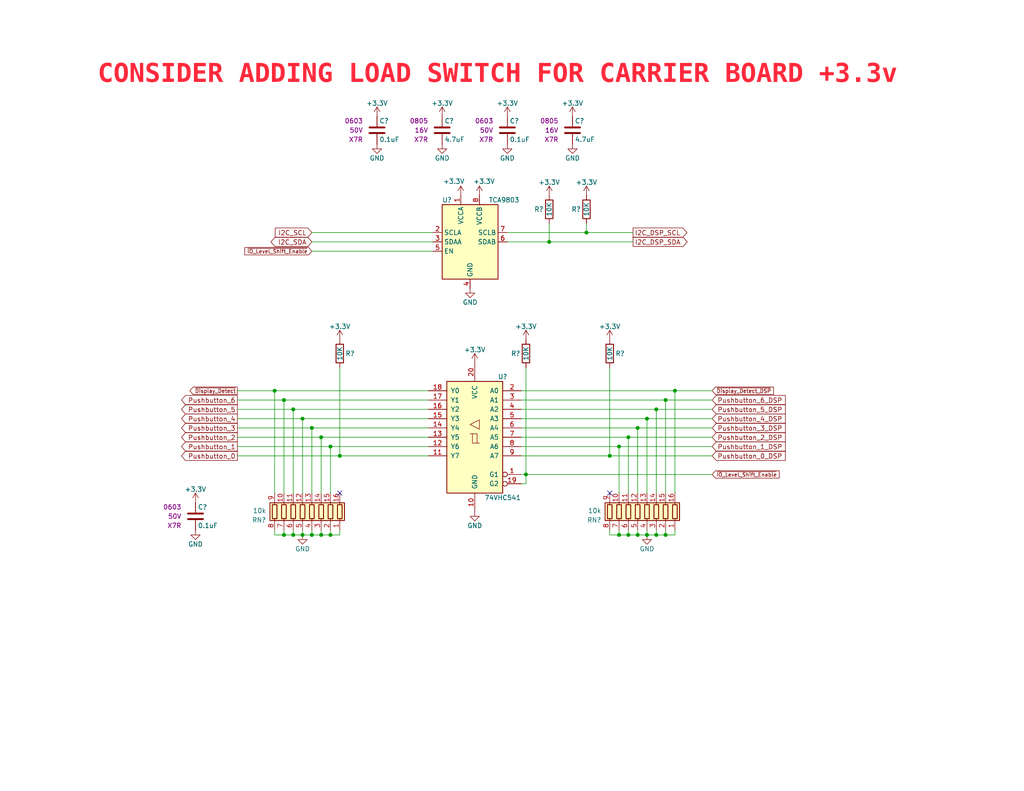
<source format=kicad_sch>
(kicad_sch (version 20230121) (generator eeschema)
  (paper "A")
  (title_block (date "2023-05-12") (rev "PRELIM") (company "Drew Maatman"))
  (lib_symbols
    (symbol "Custom_Library:74VHC541" (pin_names (offset 1.016))
      (property "Reference" "U" (at -7.62 16.51 0))
      (property "Value" "Custom_Library_74VHC541" (at -7.62 -16.51 0))
      (symbol "74VHC541_1_0"
        (polyline (pts (xy -0.635 -1.6002) (xy -0.635 0.9398) (xy 0.635 0.9398)))
        (polyline (pts (xy -1.27 -1.6002) (xy 0.635 -1.6002) (xy 0.635 0.9398) (xy 1.27 0.9398)))
        (polyline (pts (xy 1.27 3.4798) (xy -1.27 4.7498) (xy -1.27 2.2098) (xy 1.27 3.4798)) (stroke (width 0.1524)))
        (pin input inverted (at -12.7 -10.16 0) (length 5.08) (name "G1") (number "1"))
        (pin power_in line (at 0 -20.32 90) (length 5.08) (name "GND") (number "10"))
        (pin tri_state line (at 12.7 -5.08 180) (length 5.08) (name "Y7") (number "11"))
        (pin tri_state line (at 12.7 -2.54 180) (length 5.08) (name "Y6") (number "12"))
        (pin tri_state line (at 12.7 0 180) (length 5.08) (name "Y5") (number "13"))
        (pin tri_state line (at 12.7 2.54 180) (length 5.08) (name "Y4") (number "14"))
        (pin tri_state line (at 12.7 5.08 180) (length 5.08) (name "Y3") (number "15"))
        (pin tri_state line (at 12.7 7.62 180) (length 5.08) (name "Y2") (number "16"))
        (pin tri_state line (at 12.7 10.16 180) (length 5.08) (name "Y1") (number "17"))
        (pin tri_state line (at 12.7 12.7 180) (length 5.08) (name "Y0") (number "18"))
        (pin input inverted (at -12.7 -12.7 0) (length 5.08) (name "G2") (number "19"))
        (pin input line (at -12.7 12.7 0) (length 5.08) (name "A0") (number "2"))
        (pin power_in line (at 0 20.32 270) (length 5.08) (name "VCC") (number "20"))
        (pin input line (at -12.7 10.16 0) (length 5.08) (name "A1") (number "3"))
        (pin input line (at -12.7 7.62 0) (length 5.08) (name "A2") (number "4"))
        (pin input line (at -12.7 5.08 0) (length 5.08) (name "A3") (number "5"))
        (pin input line (at -12.7 2.54 0) (length 5.08) (name "A4") (number "6"))
        (pin input line (at -12.7 0 0) (length 5.08) (name "A5") (number "7"))
        (pin input line (at -12.7 -2.54 0) (length 5.08) (name "A6") (number "8"))
        (pin input line (at -12.7 -5.08 0) (length 5.08) (name "A7") (number "9"))
      )
      (symbol "74VHC541_1_1"
        (rectangle (start -7.62 15.24) (end 7.62 -15.24) (stroke (width 0.254)) (fill (type background)))
        (pin power_in line (at 0 -20.32 90) (length 0) hide (name "GND") (number "21"))
      )
    )
    (symbol "Custom_Library:C_Custom" (pin_numbers hide) (pin_names (offset 0.254))
      (property "Reference" "C" (at 0.635 2.54 0))
      (property "Value" "Custom_Library_C_Custom" (at 0.635 -2.54 0))
      (property "display_footprint" "Foot" (at -3.81 2.54 0))
      (property "Voltage" "V" (at -3.81 0 0))
      (property "Dielectric" "Er" (at -3.81 -2.54 0))
      (symbol "C_Custom_0_1"
        (polyline (pts (xy -2.032 -0.762) (xy 2.032 -0.762)) (stroke (width 0.508)))
        (polyline (pts (xy -2.032 0.762) (xy 2.032 0.762)) (stroke (width 0.508)))
      )
      (symbol "C_Custom_1_1"
        (pin passive line (at 0 3.81 270) (length 2.794) (name "~") (number "1"))
        (pin passive line (at 0 -3.81 90) (length 2.794) (name "~") (number "2"))
      )
    )
    (symbol "Custom_Library:R_Custom" (pin_numbers hide) (pin_names (offset 1.016) hide)
      (property "Reference" "R" (at -2.54 0 90))
      (property "Value" "Custom_Library_R_Custom" (at 0 0 90))
      (property "display_footprint" "Foot" (at 2.54 0 90))
      (property "Tolerance" "Tol" (at 5.08 0 90))
      (property "Wattage" "W" (at 7.62 0 90))
      (symbol "R_Custom_0_1"
        (rectangle (start 1.016 2.54) (end -1.016 -2.54) (stroke (width 0.254)))
      )
      (symbol "R_Custom_1_1"
        (pin passive line (at 0 3.81 270) (length 1.27) (name "1") (number "1"))
        (pin passive line (at 0 -3.81 90) (length 1.27) (name "2") (number "2"))
      )
    )
    (symbol "Device:R_Pack08" (pin_names (offset 0) hide)
      (property "Reference" "RN" (at -12.7 0 90))
      (property "Value" "R_Pack08" (at 10.16 0 90))
      (symbol "R_Pack08_0_1"
        (rectangle (start -11.43 -2.413) (end 8.89 2.413) (stroke (width 0.254)) (fill (type background)))
        (rectangle (start -10.795 1.905) (end -9.525 -1.905) (stroke (width 0.254)))
        (rectangle (start -8.255 1.905) (end -6.985 -1.905) (stroke (width 0.254)))
        (rectangle (start -5.715 1.905) (end -4.445 -1.905) (stroke (width 0.254)))
        (rectangle (start -3.175 1.905) (end -1.905 -1.905) (stroke (width 0.254)))
        (rectangle (start -0.635 1.905) (end 0.635 -1.905) (stroke (width 0.254)))
        (polyline (pts (xy -10.16 -2.54) (xy -10.16 -1.905)))
        (polyline (pts (xy -10.16 1.905) (xy -10.16 2.54)))
        (polyline (pts (xy -7.62 -2.54) (xy -7.62 -1.905)))
        (polyline (pts (xy -7.62 1.905) (xy -7.62 2.54)))
        (polyline (pts (xy -5.08 -2.54) (xy -5.08 -1.905)))
        (polyline (pts (xy -5.08 1.905) (xy -5.08 2.54)))
        (polyline (pts (xy -2.54 -2.54) (xy -2.54 -1.905)))
        (polyline (pts (xy -2.54 1.905) (xy -2.54 2.54)))
        (polyline (pts (xy 0 -2.54) (xy 0 -1.905)))
        (polyline (pts (xy 0 1.905) (xy 0 2.54)))
        (polyline (pts (xy 2.54 -2.54) (xy 2.54 -1.905)))
        (polyline (pts (xy 2.54 1.905) (xy 2.54 2.54)))
        (polyline (pts (xy 5.08 -2.54) (xy 5.08 -1.905)))
        (polyline (pts (xy 5.08 1.905) (xy 5.08 2.54)))
        (polyline (pts (xy 7.62 -2.54) (xy 7.62 -1.905)))
        (polyline (pts (xy 7.62 1.905) (xy 7.62 2.54)))
        (rectangle (start 1.905 1.905) (end 3.175 -1.905) (stroke (width 0.254)))
        (rectangle (start 4.445 1.905) (end 5.715 -1.905) (stroke (width 0.254)))
        (rectangle (start 6.985 1.905) (end 8.255 -1.905) (stroke (width 0.254)))
      )
      (symbol "R_Pack08_1_1"
        (pin passive line (at -10.16 -5.08 90) (length 2.54) (name "R1.1") (number "1"))
        (pin passive line (at 5.08 5.08 270) (length 2.54) (name "R7.2") (number "10"))
        (pin passive line (at 2.54 5.08 270) (length 2.54) (name "R6.2") (number "11"))
        (pin passive line (at 0 5.08 270) (length 2.54) (name "R5.2") (number "12"))
        (pin passive line (at -2.54 5.08 270) (length 2.54) (name "R4.2") (number "13"))
        (pin passive line (at -5.08 5.08 270) (length 2.54) (name "R3.2") (number "14"))
        (pin passive line (at -7.62 5.08 270) (length 2.54) (name "R2.2") (number "15"))
        (pin passive line (at -10.16 5.08 270) (length 2.54) (name "R1.2") (number "16"))
        (pin passive line (at -7.62 -5.08 90) (length 2.54) (name "R2.1") (number "2"))
        (pin passive line (at -5.08 -5.08 90) (length 2.54) (name "R3.1") (number "3"))
        (pin passive line (at -2.54 -5.08 90) (length 2.54) (name "R4.1") (number "4"))
        (pin passive line (at 0 -5.08 90) (length 2.54) (name "R5.1") (number "5"))
        (pin passive line (at 2.54 -5.08 90) (length 2.54) (name "R6.1") (number "6"))
        (pin passive line (at 5.08 -5.08 90) (length 2.54) (name "R7.1") (number "7"))
        (pin passive line (at 7.62 -5.08 90) (length 2.54) (name "R8.1") (number "8"))
        (pin passive line (at 7.62 5.08 270) (length 2.54) (name "R8.2") (number "9"))
      )
    )
    (symbol "Interface:TCA9803"
      (property "Reference" "U" (at -7.62 11.43 0))
      (property "Value" "TCA9803" (at 5.08 11.43 0))
      (symbol "TCA9803_0_1"
        (rectangle (start -7.62 10.16) (end 7.62 -10.16) (stroke (width 0.254)) (fill (type background)))
      )
      (symbol "TCA9803_1_1"
        (pin power_in line (at -2.54 12.7 270) (length 2.54) (name "VCCA") (number "1"))
        (pin bidirectional line (at -10.16 2.54 0) (length 2.54) (name "SCLA") (number "2"))
        (pin bidirectional line (at -10.16 0 0) (length 2.54) (name "SDAA") (number "3"))
        (pin power_in line (at 0 -12.7 90) (length 2.54) (name "GND") (number "4"))
        (pin input line (at -10.16 -2.54 0) (length 2.54) (name "EN") (number "5"))
        (pin bidirectional line (at 10.16 0 180) (length 2.54) (name "SDAB") (number "6"))
        (pin bidirectional line (at 10.16 2.54 180) (length 2.54) (name "SCLB") (number "7"))
        (pin power_in line (at 2.54 12.7 270) (length 2.54) (name "VCCB") (number "8"))
      )
    )
    (symbol "power:+3.3V" (power) (pin_names (offset 0))
      (property "Value" "+3.3V" (at 0 3.556 0))
      (symbol "+3.3V_0_1"
        (polyline (pts (xy -0.762 1.27) (xy 0 2.54)))
        (polyline (pts (xy 0 0) (xy 0 2.54)))
        (polyline (pts (xy 0 2.54) (xy 0.762 1.27)))
      )
      (symbol "+3.3V_1_1"
        (pin power_in line (at 0 0 90) (length 0) hide (name "+3.3V") (number "1"))
      )
    )
    (symbol "power:GND" (power) (pin_names (offset 0))
      (property "Value" "GND" (at 0 -3.81 0))
      (symbol "GND_0_1"
        (polyline (pts (xy 0 0) (xy 0 -1.27) (xy 1.27 -1.27) (xy 0 -2.54) (xy -1.27 -1.27) (xy 0 -1.27)))
      )
      (symbol "GND_1_1"
        (pin power_in line (at 0 0 270) (length 0) hide (name "GND") (number "1"))
      )
    )
  )
  (junction (at 90.17 121.92))
  (junction (at 171.45 119.38))
  (junction (at 179.07 146.05))
  (junction (at 80.01 146.05))
  (junction (at 171.45 146.05))
  (junction (at 168.91 121.92))
  (junction (at 184.15 106.68))
  (junction (at 87.63 119.38))
  (junction (at 80.01 111.76))
  (junction (at 181.61 109.22))
  (junction (at 160.02 63.5))
  (junction (at 92.71 124.46))
  (junction (at 181.61 146.05))
  (junction (at 82.55 146.05))
  (junction (at 77.47 109.22))
  (junction (at 173.99 146.05))
  (junction (at 166.37 124.46))
  (junction (at 85.09 116.84))
  (junction (at 179.07 111.76))
  (junction (at 85.09 146.05))
  (junction (at 149.86 66.04))
  (junction (at 173.99 116.84))
  (junction (at 74.93 106.68))
  (junction (at 77.47 146.05))
  (junction (at 90.17 146.05))
  (junction (at 87.63 146.05))
  (junction (at 143.51 129.54))
  (junction (at 176.53 146.05))
  (junction (at 176.53 114.3))
  (junction (at 168.91 146.05))
  (junction (at 82.55 114.3))
  (no_connect (at 92.71 134.62))
  (no_connect (at 166.37 134.62))
  (wire (pts (xy 116.84 119.38) (xy 87.63 119.38)))
  (wire (pts (xy 142.24 111.76) (xy 179.07 111.76)))
  (wire (pts (xy 92.71 124.46) (xy 64.77 124.46)))
  (wire (pts (xy 74.93 134.62) (xy 74.93 106.68)))
  (wire (pts (xy 173.99 144.78) (xy 173.99 146.05)))
  (wire (pts (xy 116.84 109.22) (xy 77.47 109.22)))
  (wire (pts (xy 143.51 129.54) (xy 194.31 129.54)))
  (wire (pts (xy 77.47 144.78) (xy 77.47 146.05)))
  (wire (pts (xy 184.15 146.05) (xy 184.15 144.78)))
  (wire (pts (xy 142.24 124.46) (xy 166.37 124.46)))
  (wire (pts (xy 64.77 116.84) (xy 85.09 116.84)))
  (wire (pts (xy 85.09 68.58) (xy 118.11 68.58)))
  (wire (pts (xy 64.77 111.76) (xy 80.01 111.76)))
  (wire (pts (xy 168.91 146.05) (xy 171.45 146.05)))
  (wire (pts (xy 181.61 146.05) (xy 184.15 146.05)))
  (wire (pts (xy 179.07 134.62) (xy 179.07 111.76)))
  (wire (pts (xy 194.31 111.76) (xy 179.07 111.76)))
  (wire (pts (xy 64.77 119.38) (xy 87.63 119.38)))
  (wire (pts (xy 116.84 114.3) (xy 82.55 114.3)))
  (wire (pts (xy 80.01 134.62) (xy 80.01 111.76)))
  (wire (pts (xy 80.01 146.05) (xy 77.47 146.05)))
  (wire (pts (xy 142.24 114.3) (xy 176.53 114.3)))
  (wire (pts (xy 176.53 134.62) (xy 176.53 114.3)))
  (wire (pts (xy 82.55 144.78) (xy 82.55 146.05)))
  (wire (pts (xy 171.45 134.62) (xy 171.45 119.38)))
  (wire (pts (xy 85.09 134.62) (xy 85.09 116.84)))
  (wire (pts (xy 181.61 134.62) (xy 181.61 109.22)))
  (wire (pts (xy 77.47 134.62) (xy 77.47 109.22)))
  (wire (pts (xy 173.99 134.62) (xy 173.99 116.84)))
  (wire (pts (xy 92.71 146.05) (xy 92.71 144.78)))
  (wire (pts (xy 85.09 144.78) (xy 85.09 146.05)))
  (wire (pts (xy 138.43 66.04) (xy 149.86 66.04)))
  (wire (pts (xy 166.37 100.33) (xy 166.37 124.46)))
  (wire (pts (xy 142.24 132.08) (xy 143.51 132.08)))
  (wire (pts (xy 116.84 106.68) (xy 74.93 106.68)))
  (wire (pts (xy 168.91 146.05) (xy 166.37 146.05)))
  (wire (pts (xy 116.84 111.76) (xy 80.01 111.76)))
  (wire (pts (xy 80.01 144.78) (xy 80.01 146.05)))
  (wire (pts (xy 116.84 116.84) (xy 85.09 116.84)))
  (wire (pts (xy 90.17 144.78) (xy 90.17 146.05)))
  (wire (pts (xy 138.43 63.5) (xy 160.02 63.5)))
  (wire (pts (xy 142.24 106.68) (xy 184.15 106.68)))
  (wire (pts (xy 143.51 132.08) (xy 143.51 129.54)))
  (wire (pts (xy 149.86 60.96) (xy 149.86 66.04)))
  (wire (pts (xy 179.07 144.78) (xy 179.07 146.05)))
  (wire (pts (xy 87.63 134.62) (xy 87.63 119.38)))
  (wire (pts (xy 82.55 146.05) (xy 85.09 146.05)))
  (wire (pts (xy 64.77 106.68) (xy 74.93 106.68)))
  (wire (pts (xy 90.17 134.62) (xy 90.17 121.92)))
  (wire (pts (xy 92.71 124.46) (xy 92.71 100.33)))
  (wire (pts (xy 176.53 144.78) (xy 176.53 146.05)))
  (wire (pts (xy 176.53 146.05) (xy 173.99 146.05)))
  (wire (pts (xy 90.17 121.92) (xy 64.77 121.92)))
  (wire (pts (xy 90.17 146.05) (xy 87.63 146.05)))
  (wire (pts (xy 168.91 134.62) (xy 168.91 121.92)))
  (wire (pts (xy 160.02 63.5) (xy 172.72 63.5)))
  (wire (pts (xy 194.31 114.3) (xy 176.53 114.3)))
  (wire (pts (xy 181.61 144.78) (xy 181.61 146.05)))
  (wire (pts (xy 179.07 146.05) (xy 181.61 146.05)))
  (wire (pts (xy 142.24 116.84) (xy 173.99 116.84)))
  (wire (pts (xy 168.91 144.78) (xy 168.91 146.05)))
  (wire (pts (xy 85.09 66.04) (xy 118.11 66.04)))
  (wire (pts (xy 184.15 134.62) (xy 184.15 106.68)))
  (wire (pts (xy 168.91 121.92) (xy 194.31 121.92)))
  (wire (pts (xy 149.86 66.04) (xy 172.72 66.04)))
  (wire (pts (xy 171.45 144.78) (xy 171.45 146.05)))
  (wire (pts (xy 116.84 124.46) (xy 92.71 124.46)))
  (wire (pts (xy 166.37 146.05) (xy 166.37 144.78)))
  (wire (pts (xy 85.09 63.5) (xy 118.11 63.5)))
  (wire (pts (xy 142.24 129.54) (xy 143.51 129.54)))
  (wire (pts (xy 166.37 124.46) (xy 194.31 124.46)))
  (wire (pts (xy 142.24 109.22) (xy 181.61 109.22)))
  (wire (pts (xy 143.51 129.54) (xy 143.51 100.33)))
  (wire (pts (xy 194.31 109.22) (xy 181.61 109.22)))
  (wire (pts (xy 77.47 146.05) (xy 74.93 146.05)))
  (wire (pts (xy 194.31 106.68) (xy 184.15 106.68)))
  (wire (pts (xy 87.63 144.78) (xy 87.63 146.05)))
  (wire (pts (xy 64.77 109.22) (xy 77.47 109.22)))
  (wire (pts (xy 82.55 146.05) (xy 80.01 146.05)))
  (wire (pts (xy 176.53 146.05) (xy 179.07 146.05)))
  (wire (pts (xy 116.84 121.92) (xy 90.17 121.92)))
  (wire (pts (xy 74.93 146.05) (xy 74.93 144.78)))
  (wire (pts (xy 194.31 119.38) (xy 171.45 119.38)))
  (wire (pts (xy 90.17 146.05) (xy 92.71 146.05)))
  (wire (pts (xy 194.31 116.84) (xy 173.99 116.84)))
  (wire (pts (xy 160.02 60.96) (xy 160.02 63.5)))
  (wire (pts (xy 64.77 114.3) (xy 82.55 114.3)))
  (wire (pts (xy 82.55 134.62) (xy 82.55 114.3)))
  (wire (pts (xy 142.24 119.38) (xy 171.45 119.38)))
  (wire (pts (xy 142.24 121.92) (xy 168.91 121.92)))
  (wire (pts (xy 87.63 146.05) (xy 85.09 146.05)))
  (wire (pts (xy 171.45 146.05) (xy 173.99 146.05)))
  (text "CONSIDER ADDING LOAD SWITCH FOR CARRIER BOARD +3.3v" (at 26.67 24.765 0) (effects (font (size 5.08 5.08) (thickness 0.254) bold) (justify left bottom)))
  (global_label "Pushbutton_2" (shape output) (at 64.77 119.38 180) (property "Intersheetrefs" "${INTERSHEET_REFS}" (effects hide)))
  (global_label "Pushbutton_5" (shape output) (at 64.77 111.76 180) (property "Intersheetrefs" "${INTERSHEET_REFS}" (effects hide)))
  (global_label "~{Display_Detect_DSP}" (shape input) (at 194.31 106.68 0) (effects (font (size 1.016 1.016))) (property "Intersheetrefs" "${INTERSHEET_REFS}" (effects hide)))
  (global_label "Pushbutton_6_DSP" (shape input) (at 194.31 109.22 0) (property "Intersheetrefs" "${INTERSHEET_REFS}" (effects hide)))
  (global_label "~{IO_Level_Shift_Enable}" (shape input) (at 85.09 68.58 180) (effects (font (size 1.016 1.016))) (property "Intersheetrefs" "${INTERSHEET_REFS}" (effects hide)))
  (global_label "~{IO_Level_Shift_Enable}" (shape input) (at 194.31 129.54 0) (effects (font (size 1.016 1.016))) (property "Intersheetrefs" "${INTERSHEET_REFS}" (effects hide)))
  (global_label "I2C_SDA" (shape bidirectional) (at 85.09 66.04 180) (property "Intersheetrefs" "${INTERSHEET_REFS}" (effects hide)))
  (global_label "Pushbutton_6" (shape output) (at 64.77 109.22 180) (property "Intersheetrefs" "${INTERSHEET_REFS}" (effects hide)))
  (global_label "Pushbutton_2_DSP" (shape input) (at 194.31 119.38 0) (property "Intersheetrefs" "${INTERSHEET_REFS}" (effects hide)))
  (global_label "~{Display_Detect}" (shape output) (at 64.77 106.68 180) (effects (font (size 1.016 1.016))) (property "Intersheetrefs" "${INTERSHEET_REFS}" (effects hide)))
  (global_label "I2C_DSP_SDA" (shape output) (at 172.72 66.04 0) (property "Intersheetrefs" "${INTERSHEET_REFS}" (effects hide)))
  (global_label "Pushbutton_4" (shape output) (at 64.77 114.3 180) (property "Intersheetrefs" "${INTERSHEET_REFS}" (effects hide)))
  (global_label "Pushbutton_0" (shape output) (at 64.77 124.46 180) (property "Intersheetrefs" "${INTERSHEET_REFS}" (effects hide)))
  (global_label "Pushbutton_1" (shape output) (at 64.77 121.92 180) (property "Intersheetrefs" "${INTERSHEET_REFS}" (effects hide)))
  (global_label "Pushbutton_3_DSP" (shape input) (at 194.31 116.84 0) (property "Intersheetrefs" "${INTERSHEET_REFS}" (effects hide)))
  (global_label "I2C_SCL" (shape input) (at 85.09 63.5 180) (property "Intersheetrefs" "${INTERSHEET_REFS}" (effects hide)))
  (global_label "Pushbutton_5_DSP" (shape input) (at 194.31 111.76 0) (property "Intersheetrefs" "${INTERSHEET_REFS}" (effects hide)))
  (global_label "I2C_DSP_SCL" (shape output) (at 172.72 63.5 0) (property "Intersheetrefs" "${INTERSHEET_REFS}" (effects hide)))
  (global_label "Pushbutton_4_DSP" (shape input) (at 194.31 114.3 0) (property "Intersheetrefs" "${INTERSHEET_REFS}" (effects hide)))
  (global_label "Pushbutton_1_DSP" (shape input) (at 194.31 121.92 0) (property "Intersheetrefs" "${INTERSHEET_REFS}" (effects hide)))
  (global_label "Pushbutton_0_DSP" (shape input) (at 194.31 124.46 0) (property "Intersheetrefs" "${INTERSHEET_REFS}" (effects hide)))
  (global_label "Pushbutton_3" (shape output) (at 64.77 116.84 180) (property "Intersheetrefs" "${INTERSHEET_REFS}" (effects hide)))
  (symbol (lib_id "power:+3.3V") (at 143.51 92.71 0) (mirror y) (unit 1)
    (property "Reference" "#PWR?" (effects hide))
    (property "Value" "+3.3V" (at 143.51 89.154 0))
    (instances (project "VFD_Clock" (path "" (reference "#PWR?") (unit 1)) (path "" (reference "#PWR?") (unit 1)) (path "" (reference "#PWR?") (unit 1)) (path "" (reference "#PWR?") (unit 1)) (path "" (reference "#PWR?") (unit 1))) (project "Nixie_Clock_Core" (path "" (reference "#PWR01821") (unit 1))))
  )
  (symbol (lib_id "power:GND") (at 138.43 39.37 0) (unit 1)
    (property "Reference" "#PWR?" (effects hide))
    (property "Value" "GND" (at 138.43 43.18 0))
    (instances (project "VFD_Clock" (path "" (reference "#PWR?") (unit 1)) (path "" (reference "#PWR?") (unit 1))) (project "Nixie_Clock_Core" (path "" (reference "#PWR01820") (unit 1))))
  )
  (symbol (lib_id "power:+3.3V") (at 166.37 92.71 0) (mirror y) (unit 1)
    (property "Reference" "#PWR?" (effects hide))
    (property "Value" "+3.3V" (at 166.37 89.154 0))
    (instances (project "VFD_Clock" (path "" (reference "#PWR?") (unit 1)) (path "" (reference "#PWR?") (unit 1)) (path "" (reference "#PWR?") (unit 1)) (path "" (reference "#PWR?") (unit 1)) (path "" (reference "#PWR?") (unit 1))) (project "Nixie_Clock_Core" (path "" (reference "#PWR01807") (unit 1))))
  )
  (symbol (lib_id "Custom_Library:C_Custom") (at 156.21 35.56 0) (unit 1)
    (property "Reference" "C?" (at 156.845 33.02 0) (effects (justify left)))
    (property "Value" "4.7uF" (at 156.845 38.1 0) (effects (justify left)))
    (property "Footprint" "Capacitors_SMD:C_0805" (effects hide))
    (property "display_footprint" "0805" (at 152.4 33.02 0) (effects (justify right)))
    (property "Voltage" "16V" (at 152.4 35.56 0) (effects (justify right)))
    (property "Dielectric" "X7R" (at 152.4 38.1 0) (effects (justify right)))
    (property "Digi-Key PN" "1276-2970-1-ND" (effects hide))
    (instances (project "VFD_Clock" (path "" (reference "C?") (unit 1)) (path "" (reference "C?") (unit 1)) (path "" (reference "C?") (unit 1))) (project "Nixie_Clock_Core" (path "" (reference "C1805") (unit 1))))
  )
  (symbol (lib_id "power:+3.3V") (at 125.73 53.34 0) (mirror y) (unit 1)
    (property "Reference" "#PWR?" (effects hide))
    (property "Value" "+3.3V" (at 123.825 49.53 0))
    (instances (project "VFD_Clock" (path "" (reference "#PWR?") (unit 1)) (path "" (reference "#PWR?") (unit 1))) (project "Nixie_Clock_Core" (path "" (reference "#PWR01816") (unit 1))))
  )
  (symbol (lib_id "power:GND") (at 156.21 39.37 0) (unit 1)
    (property "Reference" "#PWR?" (effects hide))
    (property "Value" "GND" (at 156.21 43.18 0))
    (instances (project "VFD_Clock" (path "" (reference "#PWR?") (unit 1)) (path "" (reference "#PWR?") (unit 1))) (project "Nixie_Clock_Core" (path "" (reference "#PWR01822") (unit 1))))
  )
  (symbol (lib_id "Custom_Library:74VHC541") (at 129.54 119.38 0) (mirror y) (unit 1)
    (property "Reference" "U?" (at 137.16 102.87 0))
    (property "Value" "74VHC541" (at 137.16 135.89 0))
    (property "Footprint" "Package_DFN_QFN:WQFN-20-1EP_2.5x4.5mm_P0.5mm_EP1x2.9mm" (effects hide))
    (property "Datasheet" "https://assets.nexperia.com/documents/data-sheet/74VHC_VHCT541.pdf" (effects hide))
    (property "Digi-Key PN" "1727-7068-1-ND" (effects hide))
    (instances (project "VFD_Clock" (path "" (reference "U?") (unit 1)) (path "" (reference "U?") (unit 1))) (project "Nixie_Clock_Core" (path "" (reference "U1802") (unit 1))))
  )
  (symbol (lib_id "power:+3.3V") (at 102.87 31.75 0) (unit 1)
    (property "Reference" "#PWR?" (effects hide))
    (property "Value" "+3.3V" (at 102.87 28.194 0))
    (instances (project "VFD_Clock" (path "" (reference "#PWR?") (unit 1)) (path "" (reference "#PWR?") (unit 1))) (project "Nixie_Clock_Core" (path "" (reference "#PWR01812") (unit 1))))
  )
  (symbol (lib_id "Custom_Library:C_Custom") (at 138.43 35.56 0) (unit 1)
    (property "Reference" "C?" (at 139.065 33.02 0) (effects (justify left)))
    (property "Value" "0.1uF" (at 139.065 38.1 0) (effects (justify left)))
    (property "Footprint" "Capacitors_SMD:C_0603" (effects hide))
    (property "display_footprint" "0603" (at 134.62 33.02 0) (effects (justify right)))
    (property "Voltage" "50V" (at 134.62 35.56 0) (effects (justify right)))
    (property "Dielectric" "X7R" (at 134.62 38.1 0) (effects (justify right)))
    (property "Digi-Key PN" "1276-1935-1-ND" (effects hide))
    (instances (project "VFD_Clock" (path "" (reference "C?") (unit 1)) (path "" (reference "C?") (unit 1)) (path "" (reference "C?") (unit 1))) (project "Nixie_Clock_Core" (path "" (reference "C1804") (unit 1))))
  )
  (symbol (lib_id "Custom_Library:C_Custom") (at 102.87 35.56 0) (unit 1)
    (property "Reference" "C?" (at 103.505 33.02 0) (effects (justify left)))
    (property "Value" "0.1uF" (at 103.505 38.1 0) (effects (justify left)))
    (property "Footprint" "Capacitors_SMD:C_0603" (effects hide))
    (property "display_footprint" "0603" (at 99.06 33.02 0) (effects (justify right)))
    (property "Voltage" "50V" (at 99.06 35.56 0) (effects (justify right)))
    (property "Dielectric" "X7R" (at 99.06 38.1 0) (effects (justify right)))
    (property "Digi-Key PN" "1276-1935-1-ND" (effects hide))
    (instances (project "VFD_Clock" (path "" (reference "C?") (unit 1)) (path "" (reference "C?") (unit 1)) (path "" (reference "C?") (unit 1))) (project "Nixie_Clock_Core" (path "" (reference "C1802") (unit 1))))
  )
  (symbol (lib_id "Custom_Library:R_Custom") (at 143.51 96.52 0) (unit 1)
    (property "Reference" "R?" (at 141.986 96.52 0) (effects (justify right)))
    (property "Value" "10K" (at 143.51 96.52 90))
    (property "Footprint" "Resistors_SMD:R_0603" (effects hide))
    (property "display_footprint" "0603" (effects hide))
    (property "Tolerance" "1%" (effects hide))
    (property "Wattage" "1/10W" (effects hide))
    (instances (project "VFD_Clock" (path "" (reference "R?") (unit 1)) (path "" (reference "R?") (unit 1)) (path "" (reference "R?") (unit 1)) (path "" (reference "R?") (unit 1)) (path "" (reference "R?") (unit 1))) (project "Nixie_Clock_Core" (path "" (reference "R1802") (unit 1))))
  )
  (symbol (lib_id "power:GND") (at 128.27 78.74 0) (unit 1)
    (property "Reference" "#PWR?" (effects hide))
    (property "Value" "GND" (at 128.27 82.55 0))
    (instances (project "VFD_Clock" (path "" (reference "#PWR?") (unit 1)) (path "" (reference "#PWR?") (unit 1))) (project "Nixie_Clock_Core" (path "" (reference "#PWR01817") (unit 1))))
  )
  (symbol (lib_id "power:+3.3V") (at 130.81 53.34 0) (unit 1)
    (property "Reference" "#PWR?" (effects hide))
    (property "Value" "+3.3V" (at 132.08 49.53 0))
    (instances (project "VFD_Clock" (path "" (reference "#PWR?") (unit 1)) (path "" (reference "#PWR?") (unit 1))) (project "Nixie_Clock_Core" (path "" (reference "#PWR01803") (unit 1))))
  )
  (symbol (lib_id "power:+3.3V") (at 160.02 53.34 0) (mirror y) (unit 1)
    (property "Reference" "#PWR?" (effects hide))
    (property "Value" "+3.3V" (at 160.02 49.784 0))
    (instances (project "VFD_Clock" (path "" (reference "#PWR?") (unit 1)) (path "" (reference "#PWR?") (unit 1)) (path "" (reference "#PWR?") (unit 1)) (path "" (reference "#PWR?") (unit 1)) (path "" (reference "#PWR?") (unit 1))) (project "Nixie_Clock_Core" (path "" (reference "#PWR01806") (unit 1))))
  )
  (symbol (lib_id "Device:R_Pack08") (at 82.55 139.7 0) (mirror y) (unit 1)
    (property "Reference" "RN?" (at 72.644 141.986 0) (effects (justify left)))
    (property "Value" "10k" (at 72.644 139.446 0) (effects (justify left)))
    (property "Footprint" "Resistors_SMD:R_Array_Convex_8x0602" (effects hide))
    (property "Digi-Key PN" "Y1103CT-ND" (effects hide))
    (instances (project "VFD_Clock" (path "" (reference "RN?") (unit 1)) (path "" (reference "RN?") (unit 1))) (project "Nixie_Clock_Core" (path "" (reference "RN1801") (unit 1))))
  )
  (symbol (lib_id "power:GND") (at 102.87 39.37 0) (unit 1)
    (property "Reference" "#PWR?" (effects hide))
    (property "Value" "GND" (at 102.87 43.18 0))
    (instances (project "VFD_Clock" (path "" (reference "#PWR?") (unit 1)) (path "" (reference "#PWR?") (unit 1))) (project "Nixie_Clock_Core" (path "" (reference "#PWR01813") (unit 1))))
  )
  (symbol (lib_id "power:GND") (at 120.65 39.37 0) (unit 1)
    (property "Reference" "#PWR?" (effects hide))
    (property "Value" "GND" (at 120.65 43.18 0))
    (instances (project "VFD_Clock" (path "" (reference "#PWR?") (unit 1)) (path "" (reference "#PWR?") (unit 1))) (project "Nixie_Clock_Core" (path "" (reference "#PWR01815") (unit 1))))
  )
  (symbol (lib_id "Custom_Library:C_Custom") (at 53.34 140.97 0) (unit 1)
    (property "Reference" "C?" (at 53.975 138.43 0) (effects (justify left)))
    (property "Value" "0.1uF" (at 53.975 143.51 0) (effects (justify left)))
    (property "Footprint" "Capacitors_SMD:C_0603" (effects hide))
    (property "display_footprint" "0603" (at 49.53 138.43 0) (effects (justify right)))
    (property "Voltage" "50V" (at 49.53 140.97 0) (effects (justify right)))
    (property "Dielectric" "X7R" (at 49.53 143.51 0) (effects (justify right)))
    (property "Digi-Key PN" "1276-1935-1-ND" (effects hide))
    (instances (project "VFD_Clock" (path "" (reference "C?") (unit 1)) (path "" (reference "C?") (unit 1)) (path "" (reference "C?") (unit 1)) (path "" (reference "C?") (unit 1)) (path "" (reference "C?") (unit 1))) (project "Nixie_Clock_Core" (path "" (reference "C1801") (unit 1))))
  )
  (symbol (lib_id "power:+3.3V") (at 138.43 31.75 0) (unit 1)
    (property "Reference" "#PWR?" (effects hide))
    (property "Value" "+3.3V" (at 138.43 28.194 0))
    (instances (project "VFD_Clock" (path "" (reference "#PWR?") (unit 1)) (path "" (reference "#PWR?") (unit 1))) (project "Nixie_Clock_Core" (path "" (reference "#PWR01801") (unit 1))))
  )
  (symbol (lib_id "Interface:TCA9803") (at 128.27 66.04 0) (unit 1)
    (property "Reference" "U?" (at 120.65 54.61 0) (effects (justify left)))
    (property "Value" "TCA9803" (at 133.35 54.61 0) (effects (justify left)))
    (property "Footprint" "Package_SO:VSSOP-8_3.0x3.0mm_P0.65mm" (effects hide))
    (property "Datasheet" "http://www.ti.com/lit/ds/symlink/tca9803.pdf" (effects hide))
    (property "Digi-Key PN" "296-47829-1-ND" (effects hide))
    (instances (project "VFD_Clock" (path "" (reference "U?") (unit 1)) (path "" (reference "U?") (unit 1))) (project "Nixie_Clock_Core" (path "" (reference "U1801") (unit 1))))
  )
  (symbol (lib_id "power:GND") (at 176.53 146.05 0) (mirror y) (unit 1)
    (property "Reference" "#PWR?" (effects hide))
    (property "Value" "GND" (at 176.53 149.86 0))
    (instances (project "VFD_Clock" (path "" (reference "#PWR?") (unit 1)) (path "" (reference "#PWR?") (unit 1)) (path "" (reference "#PWR?") (unit 1)) (path "" (reference "#PWR?") (unit 1)) (path "" (reference "#PWR?") (unit 1))) (project "Nixie_Clock_Core" (path "" (reference "#PWR01823") (unit 1))))
  )
  (symbol (lib_id "power:+3.3V") (at 129.54 99.06 0) (unit 1)
    (property "Reference" "#PWR?" (effects hide))
    (property "Value" "+3.3V" (at 129.54 95.504 0))
    (instances (project "VFD_Clock" (path "" (reference "#PWR?") (unit 1))) (project "Nixie_Clock_Core" (path "" (reference "#PWR01818") (unit 1))))
  )
  (symbol (lib_id "Custom_Library:R_Custom") (at 166.37 96.52 0) (mirror y) (unit 1)
    (property "Reference" "R?" (at 167.894 96.52 0) (effects (justify right)))
    (property "Value" "10K" (at 166.37 96.52 90))
    (property "Footprint" "Resistors_SMD:R_0603" (effects hide))
    (property "display_footprint" "0603" (effects hide))
    (property "Tolerance" "1%" (effects hide))
    (property "Wattage" "1/10W" (effects hide))
    (instances (project "VFD_Clock" (path "" (reference "R?") (unit 1)) (path "" (reference "R?") (unit 1)) (path "" (reference "R?") (unit 1)) (path "" (reference "R?") (unit 1)) (path "" (reference "R?") (unit 1))) (project "Nixie_Clock_Core" (path "" (reference "R1806") (unit 1))))
  )
  (symbol (lib_id "Custom_Library:R_Custom") (at 149.86 57.15 0) (unit 1)
    (property "Reference" "R?" (at 148.336 57.15 0) (effects (justify right)))
    (property "Value" "10K" (at 149.86 57.15 90))
    (property "Footprint" "Resistors_SMD:R_0603" (effects hide))
    (property "display_footprint" "0603" (effects hide))
    (property "Tolerance" "1%" (effects hide))
    (property "Wattage" "1/10W" (effects hide))
    (instances (project "VFD_Clock" (path "" (reference "R?") (unit 1)) (path "" (reference "R?") (unit 1)) (path "" (reference "R?") (unit 1)) (path "" (reference "R?") (unit 1)) (path "" (reference "R?") (unit 1))) (project "Nixie_Clock_Core" (path "" (reference "R1803") (unit 1))))
  )
  (symbol (lib_id "power:+3.3V") (at 156.21 31.75 0) (unit 1)
    (property "Reference" "#PWR?" (effects hide))
    (property "Value" "+3.3V" (at 156.21 28.194 0))
    (instances (project "VFD_Clock" (path "" (reference "#PWR?") (unit 1)) (path "" (reference "#PWR?") (unit 1))) (project "Nixie_Clock_Core" (path "" (reference "#PWR01802") (unit 1))))
  )
  (symbol (lib_id "Custom_Library:R_Custom") (at 92.71 96.52 0) (mirror y) (unit 1)
    (property "Reference" "R?" (at 94.234 96.52 0) (effects (justify right)))
    (property "Value" "10K" (at 92.71 96.52 90))
    (property "Footprint" "Resistors_SMD:R_0603" (effects hide))
    (property "display_footprint" "0603" (effects hide))
    (property "Tolerance" "1%" (effects hide))
    (property "Wattage" "1/10W" (effects hide))
    (instances (project "VFD_Clock" (path "" (reference "R?") (unit 1)) (path "" (reference "R?") (unit 1)) (path "" (reference "R?") (unit 1)) (path "" (reference "R?") (unit 1)) (path "" (reference "R?") (unit 1))) (project "Nixie_Clock_Core" (path "" (reference "R1801") (unit 1))))
  )
  (symbol (lib_id "power:GND") (at 53.34 144.78 0) (unit 1)
    (property "Reference" "#PWR?" (effects hide))
    (property "Value" "GND" (at 53.34 148.59 0))
    (instances (project "VFD_Clock" (path "" (reference "#PWR?") (unit 1))) (project "Nixie_Clock_Core" (path "" (reference "#PWR01811") (unit 1))))
  )
  (symbol (lib_id "power:+3.3V") (at 92.71 92.71 0) (mirror y) (unit 1)
    (property "Reference" "#PWR?" (effects hide))
    (property "Value" "+3.3V" (at 92.71 89.154 0))
    (instances (project "VFD_Clock" (path "" (reference "#PWR?") (unit 1)) (path "" (reference "#PWR?") (unit 1)) (path "" (reference "#PWR?") (unit 1)) (path "" (reference "#PWR?") (unit 1)) (path "" (reference "#PWR?") (unit 1))) (project "Nixie_Clock_Core" (path "" (reference "#PWR01809") (unit 1))))
  )
  (symbol (lib_id "power:GND") (at 129.54 139.7 0) (unit 1)
    (property "Reference" "#PWR?" (effects hide))
    (property "Value" "GND" (at 129.54 143.51 0))
    (instances (project "VFD_Clock" (path "" (reference "#PWR?") (unit 1)) (path "" (reference "#PWR?") (unit 1)) (path "" (reference "#PWR?") (unit 1)) (path "" (reference "#PWR?") (unit 1)) (path "" (reference "#PWR?") (unit 1))) (project "Nixie_Clock_Core" (path "" (reference "#PWR01819") (unit 1))))
  )
  (symbol (lib_id "power:GND") (at 82.55 146.05 0) (unit 1)
    (property "Reference" "#PWR?" (effects hide))
    (property "Value" "GND" (at 82.55 149.86 0))
    (instances (project "VFD_Clock" (path "" (reference "#PWR?") (unit 1)) (path "" (reference "#PWR?") (unit 1)) (path "" (reference "#PWR?") (unit 1)) (path "" (reference "#PWR?") (unit 1)) (path "" (reference "#PWR?") (unit 1))) (project "Nixie_Clock_Core" (path "" (reference "#PWR01808") (unit 1))))
  )
  (symbol (lib_id "Custom_Library:R_Custom") (at 160.02 57.15 0) (unit 1)
    (property "Reference" "R?" (at 158.496 57.15 0) (effects (justify right)))
    (property "Value" "10K" (at 160.02 57.15 90))
    (property "Footprint" "Resistors_SMD:R_0603" (effects hide))
    (property "display_footprint" "0603" (effects hide))
    (property "Tolerance" "1%" (effects hide))
    (property "Wattage" "1/10W" (effects hide))
    (instances (project "VFD_Clock" (path "" (reference "R?") (unit 1)) (path "" (reference "R?") (unit 1)) (path "" (reference "R?") (unit 1)) (path "" (reference "R?") (unit 1)) (path "" (reference "R?") (unit 1))) (project "Nixie_Clock_Core" (path "" (reference "R1805") (unit 1))))
  )
  (symbol (lib_id "power:+3.3V") (at 120.65 31.75 0) (unit 1)
    (property "Reference" "#PWR?" (effects hide))
    (property "Value" "+3.3V" (at 120.65 28.194 0))
    (instances (project "VFD_Clock" (path "" (reference "#PWR?") (unit 1)) (path "" (reference "#PWR?") (unit 1))) (project "Nixie_Clock_Core" (path "" (reference "#PWR01814") (unit 1))))
  )
  (symbol (lib_id "Device:R_Pack08") (at 173.99 139.7 0) (mirror y) (unit 1)
    (property "Reference" "RN?" (at 164.084 141.986 0) (effects (justify left)))
    (property "Value" "10k" (at 164.084 139.446 0) (effects (justify left)))
    (property "Footprint" "Resistors_SMD:R_Array_Convex_8x0602" (effects hide))
    (property "Digi-Key PN" "Y1103CT-ND" (effects hide))
    (instances (project "VFD_Clock" (path "" (reference "RN?") (unit 1)) (path "" (reference "RN?") (unit 1))) (project "Nixie_Clock_Core" (path "" (reference "RN1802") (unit 1))))
  )
  (symbol (lib_id "power:+3.3V") (at 53.34 137.16 0) (unit 1)
    (property "Reference" "#PWR?" (effects hide))
    (property "Value" "+3.3V" (at 53.34 133.604 0))
    (instances (project "VFD_Clock" (path "" (reference "#PWR?") (unit 1))) (project "Nixie_Clock_Core" (path "" (reference "#PWR01810") (unit 1))))
  )
  (symbol (lib_id "power:+3.3V") (at 149.86 53.34 0) (mirror y) (unit 1)
    (property "Reference" "#PWR?" (effects hide))
    (property "Value" "+3.3V" (at 149.86 49.784 0))
    (instances (project "VFD_Clock" (path "" (reference "#PWR?") (unit 1)) (path "" (reference "#PWR?") (unit 1)) (path "" (reference "#PWR?") (unit 1)) (path "" (reference "#PWR?") (unit 1)) (path "" (reference "#PWR?") (unit 1))) (project "Nixie_Clock_Core" (path "" (reference "#PWR01805") (unit 1))))
  )
  (symbol (lib_id "Custom_Library:C_Custom") (at 120.65 35.56 0) (unit 1)
    (property "Reference" "C?" (at 121.285 33.02 0) (effects (justify left)))
    (property "Value" "4.7uF" (at 121.285 38.1 0) (effects (justify left)))
    (property "Footprint" "Capacitors_SMD:C_0805" (effects hide))
    (property "display_footprint" "0805" (at 116.84 33.02 0) (effects (justify right)))
    (property "Voltage" "16V" (at 116.84 35.56 0) (effects (justify right)))
    (property "Dielectric" "X7R" (at 116.84 38.1 0) (effects (justify right)))
    (property "Digi-Key PN" "1276-2970-1-ND" (effects hide))
    (instances (project "VFD_Clock" (path "" (reference "C?") (unit 1)) (path "" (reference "C?") (unit 1)) (path "" (reference "C?") (unit 1))) (project "Nixie_Clock_Core" (path "" (reference "C1803") (unit 1))))
  )
)
</source>
